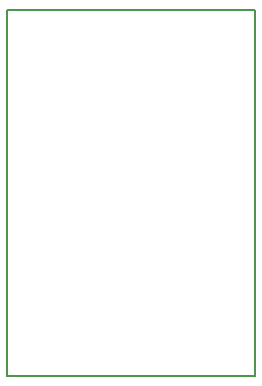
<source format=gm1>
G04 #@! TF.GenerationSoftware,KiCad,Pcbnew,5.0.2-bee76a0~70~ubuntu16.04.1*
G04 #@! TF.CreationDate,2019-03-12T22:28:51+00:00*
G04 #@! TF.ProjectId,project,70726f6a-6563-4742-9e6b-696361645f70,rev?*
G04 #@! TF.SameCoordinates,Original*
G04 #@! TF.FileFunction,Profile,NP*
%FSLAX46Y46*%
G04 Gerber Fmt 4.6, Leading zero omitted, Abs format (unit mm)*
G04 Created by KiCad (PCBNEW 5.0.2-bee76a0~70~ubuntu16.04.1) date Tue 12 Mar 2019 22:28:51 GMT*
%MOMM*%
%LPD*%
G01*
G04 APERTURE LIST*
%ADD10C,0.150000*%
G04 APERTURE END LIST*
D10*
X146428404Y-88594239D02*
X167428404Y-88594239D01*
X146428404Y-119594239D02*
X146428404Y-88594239D01*
X167428404Y-119594239D02*
X146428404Y-119594239D01*
X167428404Y-88594239D02*
X167428404Y-119594239D01*
M02*

</source>
